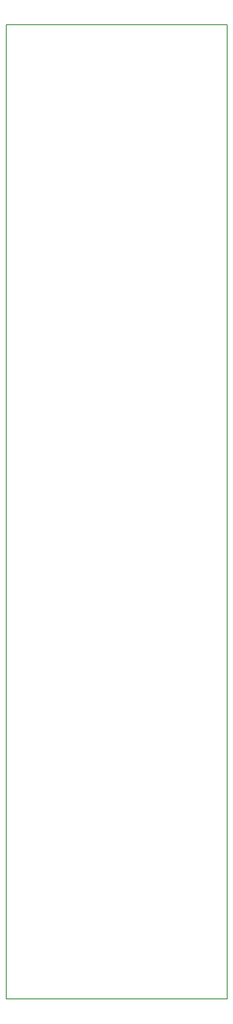
<source format=gko>
%FSLAX23Y23*%
%MOIN*%
G70*
G01*
G75*
G04 Layer_Color=8388736*
%ADD10C,0.028*%
%ADD11C,0.157*%
%ADD12C,0.067*%
%ADD13R,0.071X0.071*%
%ADD14C,0.071*%
%ADD15C,0.050*%
%ADD16C,0.039*%
%ADD17C,0.020*%
%ADD18C,0.010*%
%ADD19C,0.008*%
%ADD20C,0.165*%
%ADD21C,0.075*%
%ADD22R,0.079X0.079*%
%ADD23C,0.079*%
%ADD24C,0.058*%
D19*
X7336Y7695D02*
X8121D01*
X8527Y460D02*
Y7695D01*
X6880Y458D02*
Y7695D01*
X6937D01*
X6880Y458D02*
X8527D01*
X6937Y7695D02*
X7336D01*
X8121D02*
X8527D01*
M02*

</source>
